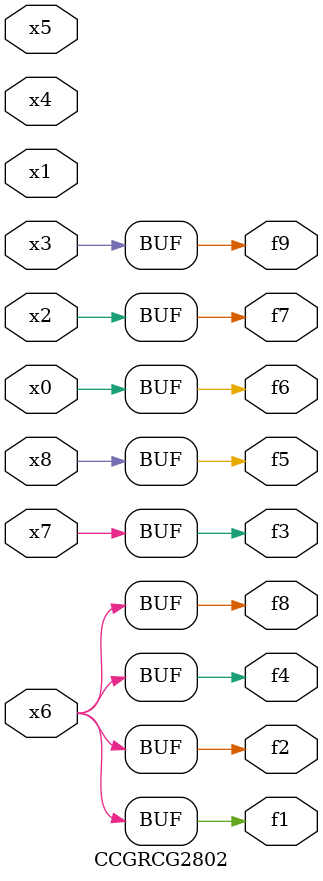
<source format=v>
module CCGRCG2802(
	input x0, x1, x2, x3, x4, x5, x6, x7, x8,
	output f1, f2, f3, f4, f5, f6, f7, f8, f9
);
	assign f1 = x6;
	assign f2 = x6;
	assign f3 = x7;
	assign f4 = x6;
	assign f5 = x8;
	assign f6 = x0;
	assign f7 = x2;
	assign f8 = x6;
	assign f9 = x3;
endmodule

</source>
